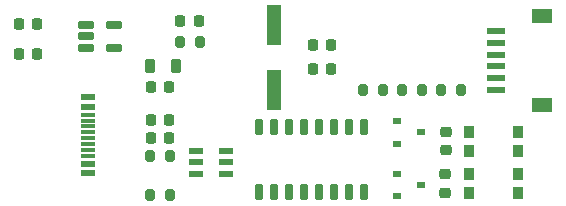
<source format=gtp>
G04 #@! TF.GenerationSoftware,KiCad,Pcbnew,7.0.2*
G04 #@! TF.CreationDate,2023-10-30T14:31:13+01:00*
G04 #@! TF.ProjectId,programmer_board,70726f67-7261-46d6-9d65-725f626f6172,rev?*
G04 #@! TF.SameCoordinates,Original*
G04 #@! TF.FileFunction,Paste,Top*
G04 #@! TF.FilePolarity,Positive*
%FSLAX46Y46*%
G04 Gerber Fmt 4.6, Leading zero omitted, Abs format (unit mm)*
G04 Created by KiCad (PCBNEW 7.0.2) date 2023-10-30 14:31:13*
%MOMM*%
%LPD*%
G01*
G04 APERTURE LIST*
G04 Aperture macros list*
%AMRoundRect*
0 Rectangle with rounded corners*
0 $1 Rounding radius*
0 $2 $3 $4 $5 $6 $7 $8 $9 X,Y pos of 4 corners*
0 Add a 4 corners polygon primitive as box body*
4,1,4,$2,$3,$4,$5,$6,$7,$8,$9,$2,$3,0*
0 Add four circle primitives for the rounded corners*
1,1,$1+$1,$2,$3*
1,1,$1+$1,$4,$5*
1,1,$1+$1,$6,$7*
1,1,$1+$1,$8,$9*
0 Add four rect primitives between the rounded corners*
20,1,$1+$1,$2,$3,$4,$5,0*
20,1,$1+$1,$4,$5,$6,$7,0*
20,1,$1+$1,$6,$7,$8,$9,0*
20,1,$1+$1,$8,$9,$2,$3,0*%
G04 Aperture macros list end*
%ADD10R,1.550000X0.600000*%
%ADD11R,1.800000X1.200000*%
%ADD12R,0.800000X0.600000*%
%ADD13R,0.900000X1.000000*%
%ADD14RoundRect,0.200000X-0.200000X-0.275000X0.200000X-0.275000X0.200000X0.275000X-0.200000X0.275000X0*%
%ADD15RoundRect,0.225000X0.225000X0.250000X-0.225000X0.250000X-0.225000X-0.250000X0.225000X-0.250000X0*%
%ADD16RoundRect,0.049600X-0.260400X0.605400X-0.260400X-0.605400X0.260400X-0.605400X0.260400X0.605400X0*%
%ADD17RoundRect,0.060000X-0.615000X0.240000X-0.615000X-0.240000X0.615000X-0.240000X0.615000X0.240000X0*%
%ADD18RoundRect,0.040600X-0.564400X-0.249400X0.564400X-0.249400X0.564400X0.249400X-0.564400X0.249400X0*%
%ADD19RoundRect,0.200000X0.200000X0.275000X-0.200000X0.275000X-0.200000X-0.275000X0.200000X-0.275000X0*%
%ADD20RoundRect,0.225000X0.250000X-0.225000X0.250000X0.225000X-0.250000X0.225000X-0.250000X-0.225000X0*%
%ADD21RoundRect,0.225000X-0.225000X-0.250000X0.225000X-0.250000X0.225000X0.250000X-0.225000X0.250000X0*%
%ADD22RoundRect,0.218750X-0.218750X-0.256250X0.218750X-0.256250X0.218750X0.256250X-0.218750X0.256250X0*%
%ADD23R,1.250000X0.600000*%
%ADD24R,1.250000X0.300000*%
%ADD25RoundRect,0.218750X-0.218750X-0.381250X0.218750X-0.381250X0.218750X0.381250X-0.218750X0.381250X0*%
%ADD26R,1.200000X3.500000*%
G04 APERTURE END LIST*
D10*
X125254000Y-92162000D03*
X125254000Y-91162000D03*
X125254000Y-90162000D03*
X125254000Y-89162000D03*
X125254000Y-88162000D03*
X125254000Y-87162000D03*
D11*
X129129000Y-93462000D03*
X129129000Y-85862000D03*
D12*
X116846000Y-99271500D03*
X116846000Y-101171500D03*
X118866000Y-100221500D03*
D13*
X127049000Y-99314000D03*
X122949000Y-99314000D03*
X127049000Y-100914000D03*
X122949000Y-100914000D03*
D14*
X95949000Y-101092000D03*
X97599000Y-101092000D03*
D15*
X97549000Y-94742000D03*
X95999000Y-94742000D03*
D14*
X98489000Y-88138000D03*
X100139000Y-88138000D03*
X95949000Y-97790000D03*
X97599000Y-97790000D03*
D16*
X114046000Y-95294000D03*
X112776000Y-95294000D03*
X111506000Y-95294000D03*
X110236000Y-95294000D03*
X108966000Y-95294000D03*
X107696000Y-95294000D03*
X106426000Y-95294000D03*
X105156000Y-95294000D03*
X105156000Y-100794000D03*
X106426000Y-100794000D03*
X107696000Y-100794000D03*
X108966000Y-100794000D03*
X110236000Y-100794000D03*
X111506000Y-100794000D03*
X112776000Y-100794000D03*
X114046000Y-100794000D03*
D15*
X86373000Y-89124000D03*
X84823000Y-89124000D03*
D17*
X90509000Y-86680000D03*
X90509000Y-87630000D03*
X90509000Y-88580000D03*
X92879000Y-88580000D03*
X92879000Y-86680000D03*
D18*
X99837000Y-97348000D03*
X99837000Y-98298000D03*
X99837000Y-99248000D03*
X102347000Y-99248000D03*
X102347000Y-98298000D03*
X102347000Y-97348000D03*
D14*
X113983000Y-92202000D03*
X115633000Y-92202000D03*
D13*
X127063500Y-95720000D03*
X122963500Y-95720000D03*
X127063500Y-97320000D03*
X122963500Y-97320000D03*
D19*
X118935000Y-92202000D03*
X117285000Y-92202000D03*
D20*
X120967500Y-97270000D03*
X120967500Y-95720000D03*
X120949500Y-100851000D03*
X120949500Y-99301000D03*
D21*
X95999000Y-91948000D03*
X97549000Y-91948000D03*
D15*
X86373000Y-86614000D03*
X84823000Y-86614000D03*
D12*
X116846000Y-94808000D03*
X116846000Y-96708000D03*
X118866000Y-95758000D03*
D14*
X120587000Y-92202000D03*
X122237000Y-92202000D03*
D15*
X111265000Y-90424000D03*
X109715000Y-90424000D03*
D22*
X98501000Y-86360000D03*
X100076000Y-86360000D03*
D15*
X97549000Y-96266000D03*
X95999000Y-96266000D03*
D23*
X90673000Y-92796500D03*
X90673000Y-93596500D03*
D24*
X90673000Y-94746500D03*
X90673000Y-95746500D03*
X90673000Y-96246500D03*
X90673000Y-97246500D03*
D23*
X90673000Y-99196500D03*
X90673000Y-98396500D03*
D24*
X90673000Y-97746500D03*
X90673000Y-96746500D03*
X90673000Y-95246500D03*
X90673000Y-94246500D03*
D25*
X95965500Y-90170000D03*
X98090500Y-90170000D03*
D15*
X111265000Y-88392000D03*
X109715000Y-88392000D03*
D26*
X106426000Y-86658000D03*
X106426000Y-92158000D03*
M02*

</source>
